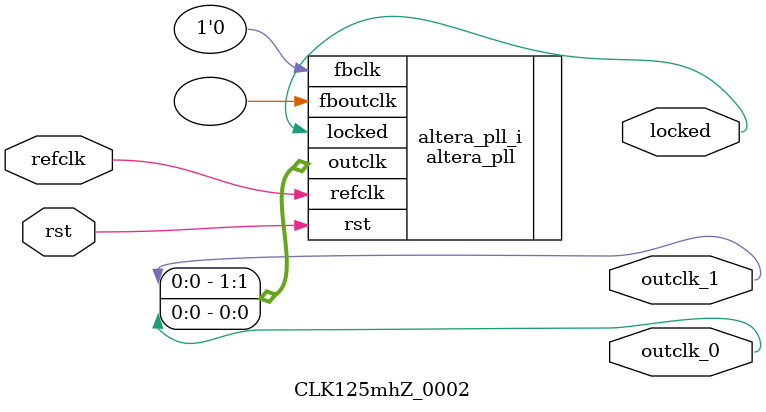
<source format=v>
`timescale 1ns/10ps
module  CLK125mhZ_0002(

	// interface 'refclk'
	input wire refclk,

	// interface 'reset'
	input wire rst,

	// interface 'outclk0'
	output wire outclk_0,

	// interface 'outclk1'
	output wire outclk_1,

	// interface 'locked'
	output wire locked
);

	altera_pll #(
		.fractional_vco_multiplier("false"),
		.reference_clock_frequency("50.0 MHz"),
		.operation_mode("direct"),
		.number_of_clocks(2),
		.output_clock_frequency0("125.000000 MHz"),
		.phase_shift0("0 ps"),
		.duty_cycle0(50),
		.output_clock_frequency1("65.217391 MHz"),
		.phase_shift1("0 ps"),
		.duty_cycle1(50),
		.output_clock_frequency2("0 MHz"),
		.phase_shift2("0 ps"),
		.duty_cycle2(50),
		.output_clock_frequency3("0 MHz"),
		.phase_shift3("0 ps"),
		.duty_cycle3(50),
		.output_clock_frequency4("0 MHz"),
		.phase_shift4("0 ps"),
		.duty_cycle4(50),
		.output_clock_frequency5("0 MHz"),
		.phase_shift5("0 ps"),
		.duty_cycle5(50),
		.output_clock_frequency6("0 MHz"),
		.phase_shift6("0 ps"),
		.duty_cycle6(50),
		.output_clock_frequency7("0 MHz"),
		.phase_shift7("0 ps"),
		.duty_cycle7(50),
		.output_clock_frequency8("0 MHz"),
		.phase_shift8("0 ps"),
		.duty_cycle8(50),
		.output_clock_frequency9("0 MHz"),
		.phase_shift9("0 ps"),
		.duty_cycle9(50),
		.output_clock_frequency10("0 MHz"),
		.phase_shift10("0 ps"),
		.duty_cycle10(50),
		.output_clock_frequency11("0 MHz"),
		.phase_shift11("0 ps"),
		.duty_cycle11(50),
		.output_clock_frequency12("0 MHz"),
		.phase_shift12("0 ps"),
		.duty_cycle12(50),
		.output_clock_frequency13("0 MHz"),
		.phase_shift13("0 ps"),
		.duty_cycle13(50),
		.output_clock_frequency14("0 MHz"),
		.phase_shift14("0 ps"),
		.duty_cycle14(50),
		.output_clock_frequency15("0 MHz"),
		.phase_shift15("0 ps"),
		.duty_cycle15(50),
		.output_clock_frequency16("0 MHz"),
		.phase_shift16("0 ps"),
		.duty_cycle16(50),
		.output_clock_frequency17("0 MHz"),
		.phase_shift17("0 ps"),
		.duty_cycle17(50),
		.pll_type("General"),
		.pll_subtype("General")
	) altera_pll_i (
		.rst	(rst),
		.outclk	({outclk_1, outclk_0}),
		.locked	(locked),
		.fboutclk	( ),
		.fbclk	(1'b0),
		.refclk	(refclk)
	);
endmodule


</source>
